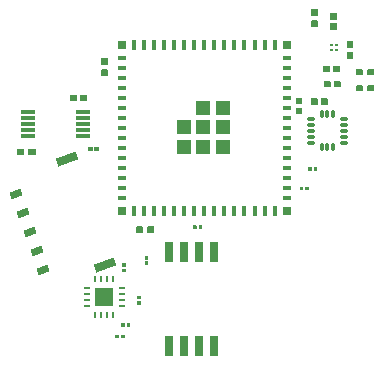
<source format=gtp>
G04 Layer: TopPasteMaskLayer*
G04 EasyEDA v6.5.22, 2023-01-25 14:37:09*
G04 a2e63df7a23446a2ae1eb019cd18a306,9a4ed40c0dd746429eaf55b84663d2fb,10*
G04 Gerber Generator version 0.2*
G04 Scale: 100 percent, Rotated: No, Reflected: No *
G04 Dimensions in inches *
G04 leading zeros omitted , absolute positions ,3 integer and 6 decimal *
%FSLAX36Y36*%
%MOIN*%

%AMMACRO1*21,1,$1,$2,0,0,$3*%
%AMMACRO2*4,1,4,-0.0079,0.0158,0.0079,0.0158,0.0079,-0.0158,-0.0079,-0.0158,-0.0079,0.0158,0*%
%AMMACRO3*4,1,4,-0.0079,0.0157,0.0079,0.0157,0.0079,-0.0157,-0.0079,-0.0157,-0.0079,0.0157,0*%
%ADD10R,0.0472X0.0472*%
%ADD11O,0.031495999999999996X0.011024*%
%ADD12O,0.011024X0.031495999999999996*%
%ADD13MACRO1,0.0394X0.0236X-159.9969*%
%ADD14MACRO1,0.0709X0.0276X-159.9991*%
%ADD15MACRO1,0.0709X0.0276X-160.0013*%
%ADD16MACRO1,0.0394X0.0236X-159.9987*%
%ADD17MACRO1,0.0394X0.0236X-159.9965*%
%ADD18MACRO1,0.0394X0.0236X-160.0006*%
%ADD19MACRO1,0.0394X0.0236X-159.9974*%
%ADD20R,0.0315X0.0315*%
%ADD21MACRO2*%
%ADD22R,0.0315X0.0158*%
%ADD23MACRO3*%
%ADD24R,0.0280X0.0685*%
%ADD25R,0.0236X0.0098*%
%ADD26R,0.0098X0.0236*%
%ADD27R,0.0591X0.0591*%
%ADD28R,0.0512X0.0118*%
%ADD29R,0.0139X0.0118*%

%LPD*%
G36*
X631040Y467520D02*
G01*
X628280Y465560D01*
X628280Y447840D01*
X631040Y445880D01*
X649940Y445880D01*
X651900Y447840D01*
X651900Y465560D01*
X649940Y467520D01*
G37*
G36*
X592460Y467520D02*
G01*
X590500Y465560D01*
X590500Y447840D01*
X592460Y445880D01*
X611360Y445880D01*
X614120Y447840D01*
X614120Y465560D01*
X611360Y467520D01*
G37*
G36*
X475200Y423340D02*
G01*
X473620Y421760D01*
X473620Y403640D01*
X475200Y402060D01*
X494900Y402060D01*
X496480Y403640D01*
X496480Y421760D01*
X494900Y423340D01*
G37*
G36*
X441700Y423340D02*
G01*
X440120Y421760D01*
X440120Y403640D01*
X441700Y402060D01*
X461400Y402060D01*
X462980Y403640D01*
X462980Y421760D01*
X461400Y423340D01*
G37*
G36*
X391640Y425580D02*
G01*
X390060Y424000D01*
X390060Y404300D01*
X391640Y402720D01*
X409760Y402720D01*
X411320Y404300D01*
X411320Y424000D01*
X409760Y425580D01*
G37*
G36*
X391640Y392080D02*
G01*
X390060Y390500D01*
X390060Y370800D01*
X391640Y369219D01*
X409760Y369219D01*
X411320Y370800D01*
X411320Y390500D01*
X409760Y392080D01*
G37*
G36*
X630760Y520959D02*
G01*
X628000Y518980D01*
X628000Y501280D01*
X630760Y499300D01*
X649659Y499300D01*
X651620Y501280D01*
X651620Y518980D01*
X649659Y520959D01*
G37*
G36*
X592180Y520959D02*
G01*
X590220Y518980D01*
X590220Y501280D01*
X592180Y499300D01*
X611080Y499300D01*
X613840Y501280D01*
X613840Y518980D01*
X611080Y520959D01*
G37*
G36*
X518600Y480460D02*
G01*
X517040Y478880D01*
X517040Y460780D01*
X518600Y459200D01*
X538320Y459200D01*
X539900Y460780D01*
X539900Y478880D01*
X538320Y480460D01*
G37*
G36*
X485120Y480460D02*
G01*
X483540Y478880D01*
X483540Y460780D01*
X485120Y459200D01*
X504840Y459200D01*
X506400Y460780D01*
X506400Y478880D01*
X504840Y480460D01*
G37*
G36*
X516400Y530660D02*
G01*
X514840Y529080D01*
X514840Y510980D01*
X516400Y509400D01*
X536120Y509400D01*
X537700Y510980D01*
X537700Y529080D01*
X536120Y530660D01*
G37*
G36*
X482920Y530660D02*
G01*
X481340Y529080D01*
X481340Y510980D01*
X482920Y509400D01*
X502620Y509400D01*
X504200Y510980D01*
X504200Y529080D01*
X502620Y530660D01*
G37*
G36*
X-191560Y-364720D02*
G01*
X-192520Y-365660D01*
X-192520Y-376540D01*
X-191560Y-377480D01*
X-181160Y-377480D01*
X-180219Y-376540D01*
X-180219Y-365660D01*
X-181160Y-364720D01*
G37*
G36*
X-210240Y-364720D02*
G01*
X-211180Y-365660D01*
X-211180Y-376540D01*
X-210240Y-377480D01*
X-199840Y-377480D01*
X-198880Y-376540D01*
X-198880Y-365660D01*
X-199840Y-364720D01*
G37*
G36*
X-327600Y434260D02*
G01*
X-329159Y432680D01*
X-329159Y414580D01*
X-327600Y413000D01*
X-307880Y413000D01*
X-306300Y414580D01*
X-306300Y432680D01*
X-307880Y434260D01*
G37*
G36*
X-361079Y434260D02*
G01*
X-362660Y432680D01*
X-362660Y414580D01*
X-361079Y413000D01*
X-341360Y413000D01*
X-339799Y414580D01*
X-339799Y432680D01*
X-341360Y434260D01*
G37*
G36*
X422260Y128600D02*
G01*
X421300Y127660D01*
X421300Y116800D01*
X422260Y115860D01*
X432660Y115860D01*
X433600Y116800D01*
X433600Y127660D01*
X432660Y128600D01*
G37*
G36*
X403579Y128600D02*
G01*
X402640Y127660D01*
X402640Y116800D01*
X403579Y115860D01*
X413980Y115860D01*
X414940Y116800D01*
X414940Y127660D01*
X413980Y128600D01*
G37*
G36*
X48160Y-820D02*
G01*
X47220Y-1760D01*
X47220Y-12640D01*
X48160Y-13580D01*
X58560Y-13580D01*
X59520Y-12640D01*
X59520Y-1760D01*
X58560Y-820D01*
G37*
G36*
X66840Y-820D02*
G01*
X65880Y-1760D01*
X65880Y-12640D01*
X66840Y-13580D01*
X77240Y-13580D01*
X78180Y-12640D01*
X78180Y-1760D01*
X77240Y-820D01*
G37*
G36*
X450840Y193180D02*
G01*
X449880Y192240D01*
X449880Y181360D01*
X450840Y180420D01*
X461240Y180420D01*
X462180Y181360D01*
X462180Y192240D01*
X461240Y193180D01*
G37*
G36*
X432160Y193180D02*
G01*
X431220Y192240D01*
X431220Y181360D01*
X432160Y180420D01*
X442560Y180420D01*
X443519Y181360D01*
X443519Y192240D01*
X442560Y193180D01*
G37*
G36*
X-113440Y-120879D02*
G01*
X-114380Y-121840D01*
X-114380Y-132240D01*
X-113440Y-133180D01*
X-102560Y-133180D01*
X-101620Y-132240D01*
X-101620Y-121840D01*
X-102560Y-120879D01*
G37*
G36*
X-113440Y-102220D02*
G01*
X-114380Y-103160D01*
X-114380Y-113560D01*
X-113440Y-114520D01*
X-102560Y-114520D01*
X-101620Y-113560D01*
X-101620Y-103160D01*
X-102560Y-102220D01*
G37*
G36*
X-280260Y261280D02*
G01*
X-281220Y260340D01*
X-281220Y249460D01*
X-280260Y248520D01*
X-267300Y248520D01*
X-266360Y249460D01*
X-266360Y260340D01*
X-267300Y261280D01*
G37*
G36*
X-301500Y261280D02*
G01*
X-302440Y260340D01*
X-302440Y249460D01*
X-301500Y248520D01*
X-288540Y248520D01*
X-287580Y249460D01*
X-287580Y260340D01*
X-288540Y261280D01*
G37*
G36*
X-186940Y-126120D02*
G01*
X-187880Y-127060D01*
X-187880Y-137460D01*
X-186940Y-138420D01*
X-176060Y-138420D01*
X-175120Y-137460D01*
X-175120Y-127060D01*
X-176060Y-126120D01*
G37*
G36*
X-186940Y-144780D02*
G01*
X-187880Y-145740D01*
X-187880Y-156140D01*
X-186940Y-157080D01*
X-176060Y-157080D01*
X-175120Y-156140D01*
X-175120Y-145740D01*
X-176060Y-144780D01*
G37*
G36*
X-138240Y-234820D02*
G01*
X-139180Y-235760D01*
X-139180Y-246160D01*
X-138240Y-247120D01*
X-127360Y-247120D01*
X-126420Y-246160D01*
X-126420Y-235760D01*
X-127360Y-234820D01*
G37*
G36*
X-138240Y-253480D02*
G01*
X-139180Y-254440D01*
X-139180Y-264840D01*
X-138240Y-265780D01*
X-127360Y-265780D01*
X-126420Y-264840D01*
X-126420Y-254440D01*
X-127360Y-253480D01*
G37*
G36*
X-172860Y-325120D02*
G01*
X-173820Y-326060D01*
X-173820Y-336940D01*
X-172860Y-337879D01*
X-162460Y-337879D01*
X-161520Y-336940D01*
X-161520Y-326060D01*
X-162460Y-325120D01*
G37*
G36*
X-191540Y-325120D02*
G01*
X-192480Y-326060D01*
X-192480Y-336940D01*
X-191540Y-337879D01*
X-181140Y-337879D01*
X-180180Y-336940D01*
X-180180Y-326060D01*
X-181140Y-325120D01*
G37*
G36*
X-537140Y255120D02*
G01*
X-539120Y253160D01*
X-539120Y235440D01*
X-537140Y233480D01*
X-518240Y233480D01*
X-515480Y235440D01*
X-515480Y253160D01*
X-518240Y255120D01*
G37*
G36*
X-498560Y255120D02*
G01*
X-501320Y253160D01*
X-501320Y235440D01*
X-498560Y233480D01*
X-479660Y233480D01*
X-477700Y235440D01*
X-477700Y253160D01*
X-479660Y255120D01*
G37*
G36*
X-255859Y558120D02*
G01*
X-257820Y556140D01*
X-257820Y537240D01*
X-255859Y534480D01*
X-238140Y534480D01*
X-236180Y537240D01*
X-236180Y556140D01*
X-238140Y558120D01*
G37*
G36*
X-255859Y520319D02*
G01*
X-257820Y517560D01*
X-257820Y498660D01*
X-255859Y496700D01*
X-238140Y496700D01*
X-236180Y498660D01*
X-236180Y517560D01*
X-238140Y520319D01*
G37*
G36*
X443960Y683439D02*
G01*
X442000Y680680D01*
X442000Y661780D01*
X443960Y659820D01*
X461680Y659820D01*
X463640Y661780D01*
X463640Y680680D01*
X461680Y683439D01*
G37*
G36*
X443960Y721240D02*
G01*
X442000Y719260D01*
X442000Y700380D01*
X443960Y697620D01*
X461680Y697620D01*
X463640Y700380D01*
X463640Y719260D01*
X461680Y721240D01*
G37*
G36*
X-141040Y-2780D02*
G01*
X-143020Y-4740D01*
X-143020Y-22460D01*
X-141040Y-24420D01*
X-122140Y-24420D01*
X-119380Y-22460D01*
X-119380Y-4740D01*
X-122140Y-2780D01*
G37*
G36*
X-102460Y-2780D02*
G01*
X-105220Y-4740D01*
X-105220Y-22460D01*
X-102460Y-24420D01*
X-83560Y-24420D01*
X-81600Y-22460D01*
X-81600Y-4740D01*
X-83560Y-2780D01*
G37*
G36*
X561640Y576820D02*
G01*
X559680Y574060D01*
X559680Y555160D01*
X561640Y553180D01*
X579360Y553180D01*
X581320Y555160D01*
X581320Y574060D01*
X579360Y576820D01*
G37*
G36*
X561640Y614600D02*
G01*
X559680Y612640D01*
X559680Y593740D01*
X561640Y590980D01*
X579360Y590980D01*
X581320Y593740D01*
X581320Y612640D01*
X579360Y614600D01*
G37*
G36*
X506040Y674380D02*
G01*
X504480Y672800D01*
X504480Y653100D01*
X506040Y651520D01*
X524159Y651520D01*
X525740Y653100D01*
X525740Y672800D01*
X524159Y674380D01*
G37*
G36*
X506040Y707880D02*
G01*
X504480Y706300D01*
X504480Y686600D01*
X506040Y685020D01*
X524159Y685020D01*
X525740Y686600D01*
X525740Y706300D01*
X524159Y707880D01*
G37*
G36*
X506079Y604120D02*
G01*
X505280Y603320D01*
X505280Y597020D01*
X506079Y596240D01*
X512380Y596240D01*
X513160Y597020D01*
X513160Y603320D01*
X512380Y604120D01*
G37*
G36*
X521820Y604120D02*
G01*
X521040Y603320D01*
X521040Y597020D01*
X521820Y596240D01*
X528120Y596240D01*
X528920Y597020D01*
X528920Y603320D01*
X528120Y604120D01*
G37*
G36*
X506079Y588360D02*
G01*
X505280Y587580D01*
X505280Y581280D01*
X506079Y580480D01*
X512380Y580480D01*
X513160Y581280D01*
X513160Y587580D01*
X512380Y588360D01*
G37*
G36*
X521820Y588360D02*
G01*
X521040Y587580D01*
X521040Y581280D01*
X521820Y580480D01*
X528120Y580480D01*
X528920Y581280D01*
X528920Y587580D01*
X528120Y588360D01*
G37*
D10*
G01*
X81920Y327130D03*
G01*
X81920Y392089D03*
G01*
X146880Y392089D03*
G01*
X146880Y327130D03*
G01*
X146880Y262170D03*
G01*
X81920Y262170D03*
G01*
X16959Y262170D03*
G01*
X16959Y327130D03*
D11*
G01*
X550519Y275329D03*
G01*
X550519Y295019D03*
G01*
X550519Y314699D03*
G01*
X550519Y334389D03*
G01*
X550519Y354070D03*
D12*
G01*
X515079Y369819D03*
G01*
X495399Y369819D03*
G01*
X475709Y369819D03*
D11*
G01*
X440280Y354070D03*
G01*
X440280Y334389D03*
G01*
X440280Y314699D03*
G01*
X440280Y295019D03*
G01*
X440280Y275329D03*
D12*
G01*
X475709Y259589D03*
G01*
X495399Y259589D03*
G01*
X515079Y259589D03*
D13*
G01*
X-542662Y102595D03*
D14*
G01*
X-374354Y221477D03*
D15*
G01*
X-245757Y-131834D03*
D16*
G01*
X-519774Y39710D03*
D17*
G01*
X-496882Y-23182D03*
D18*
G01*
X-473994Y-86068D03*
D19*
G01*
X-451104Y-148961D03*
D20*
G01*
X-190590Y600000D03*
D21*
G01*
X-149254Y600000D03*
G01*
X-115785Y600000D03*
G01*
X-82325Y600000D03*
G01*
X-48854Y600000D03*
G01*
X-15395Y600000D03*
G01*
X18069Y600000D03*
G01*
X51534Y600000D03*
G01*
X118465Y600000D03*
G01*
X85000Y600000D03*
G01*
X151929Y600000D03*
G01*
X185394Y600000D03*
G01*
X218854Y600000D03*
G01*
X252324Y600000D03*
G01*
X285785Y600000D03*
G01*
X319254Y600000D03*
D20*
G01*
X360590Y600000D03*
D22*
G01*
X360590Y558659D03*
G01*
X360590Y525199D03*
G01*
X360590Y491729D03*
G01*
X360590Y458269D03*
G01*
X360590Y424800D03*
G01*
X360590Y391340D03*
G01*
X360590Y357869D03*
G01*
X360590Y324409D03*
G01*
X360590Y290949D03*
G01*
X360590Y257480D03*
G01*
X360590Y224020D03*
G01*
X360590Y190549D03*
G01*
X360590Y157089D03*
G01*
X360590Y123620D03*
G01*
X360590Y90160D03*
D20*
G01*
X360590Y48820D03*
D23*
G01*
X319254Y48819D03*
G01*
X285785Y48819D03*
G01*
X252324Y48819D03*
G01*
X218854Y48819D03*
G01*
X185394Y48819D03*
G01*
X151929Y48819D03*
G01*
X118465Y48819D03*
G01*
X85000Y48819D03*
G01*
X51534Y48819D03*
G01*
X18069Y48819D03*
G01*
X-15395Y48819D03*
G01*
X-48854Y48819D03*
G01*
X-82325Y48819D03*
G01*
X-115785Y48819D03*
G01*
X-149254Y48819D03*
D20*
G01*
X-190590Y48820D03*
D22*
G01*
X-190590Y90160D03*
G01*
X-190590Y123620D03*
G01*
X-190590Y157089D03*
G01*
X-190590Y190549D03*
G01*
X-190590Y224020D03*
G01*
X-190590Y257480D03*
G01*
X-190590Y290949D03*
G01*
X-190590Y324409D03*
G01*
X-190590Y357869D03*
G01*
X-190590Y391340D03*
G01*
X-190590Y424800D03*
G01*
X-190590Y458269D03*
G01*
X-190590Y491729D03*
G01*
X-190590Y558659D03*
G01*
X-190590Y525199D03*
D24*
G01*
X-32799Y-402699D03*
G01*
X17200Y-402699D03*
G01*
X67200Y-402699D03*
G01*
X117200Y-402699D03*
G01*
X117200Y-88110D03*
G01*
X67200Y-88110D03*
G01*
X17200Y-88110D03*
G01*
X-32799Y-88110D03*
D25*
G01*
X-189149Y-269270D03*
G01*
X-189149Y-249580D03*
G01*
X-189149Y-229900D03*
G01*
X-189149Y-210210D03*
D26*
G01*
X-218750Y-180749D03*
G01*
X-238440Y-180749D03*
G01*
X-258119Y-180749D03*
G01*
X-277809Y-180749D03*
D25*
G01*
X-307259Y-210270D03*
G01*
X-307259Y-229960D03*
G01*
X-307259Y-249639D03*
G01*
X-307259Y-269270D03*
D26*
G01*
X-277809Y-298859D03*
G01*
X-258119Y-298859D03*
G01*
X-238440Y-298859D03*
G01*
X-218750Y-298859D03*
D27*
G01*
X-248199Y-239800D03*
D28*
G01*
X-318379Y298150D03*
G01*
X-318379Y317829D03*
G01*
X-318379Y337509D03*
G01*
X-318379Y357199D03*
G01*
X-318379Y376889D03*
G01*
X-503420Y376880D03*
G01*
X-503420Y357199D03*
G01*
X-503420Y337519D03*
G01*
X-503420Y317829D03*
G01*
X-503420Y298139D03*
M02*

</source>
